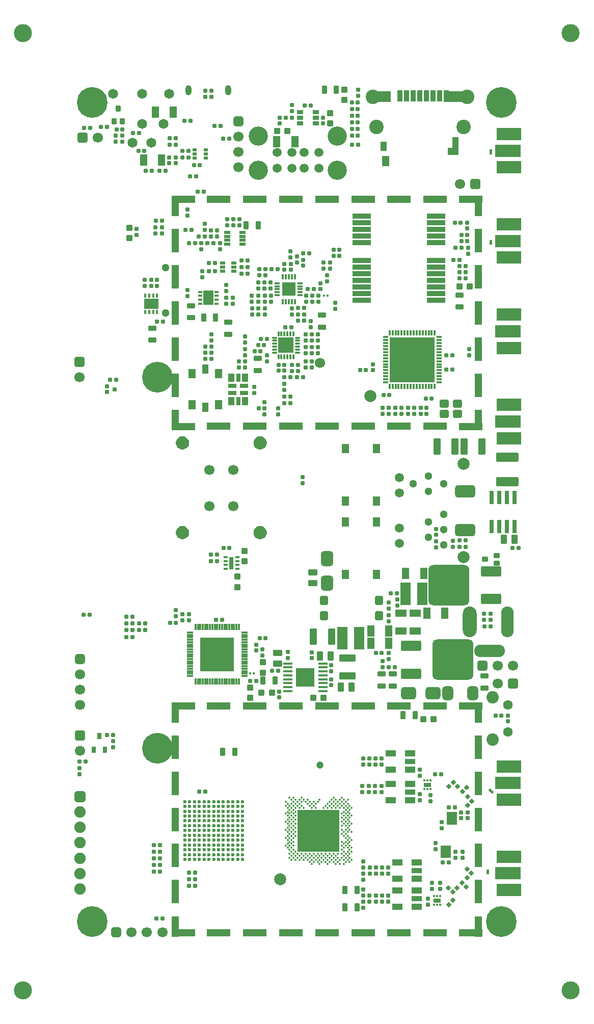
<source format=gts>
G04*
G04 #@! TF.GenerationSoftware,Altium Limited,Altium Designer,18.1.9 (240)*
G04*
G04 Layer_Color=8388736*
%FSLAX44Y44*%
%MOMM*%
G71*
G01*
G75*
%ADD81C,0.3500*%
%ADD86C,0.5000*%
%ADD89C,1.6000*%
%ADD116R,7.0000X7.0000*%
G04:AMPARAMS|DCode=117|XSize=0.7mm|YSize=0.7mm|CornerRadius=0.11mm|HoleSize=0mm|Usage=FLASHONLY|Rotation=180.000|XOffset=0mm|YOffset=0mm|HoleType=Round|Shape=RoundedRectangle|*
%AMROUNDEDRECTD117*
21,1,0.7000,0.4800,0,0,180.0*
21,1,0.4800,0.7000,0,0,180.0*
1,1,0.2200,-0.2400,0.2400*
1,1,0.2200,0.2400,0.2400*
1,1,0.2200,0.2400,-0.2400*
1,1,0.2200,-0.2400,-0.2400*
%
%ADD117ROUNDEDRECTD117*%
%ADD118R,0.6500X2.3000*%
%ADD119R,1.2013X1.7019*%
%ADD120R,1.7000X1.2000*%
%ADD121R,1.0004X1.6006*%
%ADD122R,1.0006X1.7011*%
%ADD123R,1.7018X1.7018*%
%ADD124R,1.7009X1.7009*%
%ADD125R,0.9011X1.9526*%
%ADD126R,0.9007X1.9518*%
%ADD127R,0.9002X1.9504*%
%ADD128R,0.9010X1.9525*%
%ADD129R,0.9009X1.9522*%
%ADD130R,0.9006X1.9516*%
%ADD131R,0.9012X1.9530*%
%ADD132R,0.9002X1.9504*%
%ADD133R,0.7400X2.0900*%
%ADD134R,0.7400X0.4400*%
%ADD135R,1.3000X1.6200*%
G04:AMPARAMS|DCode=136|XSize=1.8mm|YSize=2.3mm|CornerRadius=0.475mm|HoleSize=0mm|Usage=FLASHONLY|Rotation=180.000|XOffset=0mm|YOffset=0mm|HoleType=Round|Shape=RoundedRectangle|*
%AMROUNDEDRECTD136*
21,1,1.8000,1.3500,0,0,180.0*
21,1,0.8500,2.3000,0,0,180.0*
1,1,0.9500,-0.4250,0.6750*
1,1,0.9500,0.4250,0.6750*
1,1,0.9500,0.4250,-0.6750*
1,1,0.9500,-0.4250,-0.6750*
%
%ADD136ROUNDEDRECTD136*%
G04:AMPARAMS|DCode=137|XSize=6.8mm|YSize=6.8mm|CornerRadius=0.8875mm|HoleSize=0mm|Usage=FLASHONLY|Rotation=180.000|XOffset=0mm|YOffset=0mm|HoleType=Round|Shape=RoundedRectangle|*
%AMROUNDEDRECTD137*
21,1,6.8000,5.0250,0,0,180.0*
21,1,5.0250,6.8000,0,0,180.0*
1,1,1.7750,-2.5125,2.5125*
1,1,1.7750,2.5125,2.5125*
1,1,1.7750,2.5125,-2.5125*
1,1,1.7750,-2.5125,-2.5125*
%
%ADD137ROUNDEDRECTD137*%
G04:AMPARAMS|DCode=138|XSize=3.4mm|YSize=1.7mm|CornerRadius=0.25mm|HoleSize=0mm|Usage=FLASHONLY|Rotation=180.000|XOffset=0mm|YOffset=0mm|HoleType=Round|Shape=RoundedRectangle|*
%AMROUNDEDRECTD138*
21,1,3.4000,1.2000,0,0,180.0*
21,1,2.9000,1.7000,0,0,180.0*
1,1,0.5000,-1.4500,0.6000*
1,1,0.5000,1.4500,0.6000*
1,1,0.5000,1.4500,-0.6000*
1,1,0.5000,-1.4500,-0.6000*
%
%ADD138ROUNDEDRECTD138*%
%ADD139R,1.5732X0.4556*%
%ADD140R,3.1000X3.1000*%
G04:AMPARAMS|DCode=141|XSize=2.5mm|YSize=2.1mm|CornerRadius=0.55mm|HoleSize=0mm|Usage=FLASHONLY|Rotation=180.000|XOffset=0mm|YOffset=0mm|HoleType=Round|Shape=RoundedRectangle|*
%AMROUNDEDRECTD141*
21,1,2.5000,1.0000,0,0,180.0*
21,1,1.4000,2.1000,0,0,180.0*
1,1,1.1000,-0.7000,0.5000*
1,1,1.1000,0.7000,0.5000*
1,1,1.1000,0.7000,-0.5000*
1,1,1.1000,-0.7000,-0.5000*
%
%ADD141ROUNDEDRECTD141*%
G04:AMPARAMS|DCode=142|XSize=2.5mm|YSize=2.1mm|CornerRadius=0.55mm|HoleSize=0mm|Usage=FLASHONLY|Rotation=90.000|XOffset=0mm|YOffset=0mm|HoleType=Round|Shape=RoundedRectangle|*
%AMROUNDEDRECTD142*
21,1,2.5000,1.0000,0,0,90.0*
21,1,1.4000,2.1000,0,0,90.0*
1,1,1.1000,0.5000,0.7000*
1,1,1.1000,0.5000,-0.7000*
1,1,1.1000,-0.5000,-0.7000*
1,1,1.1000,-0.5000,0.7000*
%
%ADD142ROUNDEDRECTD142*%
%ADD143R,0.8000X0.5500*%
%ADD144C,2.0000*%
G04:AMPARAMS|DCode=145|XSize=1.4mm|YSize=0.9mm|CornerRadius=0.15mm|HoleSize=0mm|Usage=FLASHONLY|Rotation=270.000|XOffset=0mm|YOffset=0mm|HoleType=Round|Shape=RoundedRectangle|*
%AMROUNDEDRECTD145*
21,1,1.4000,0.6000,0,0,270.0*
21,1,1.1000,0.9000,0,0,270.0*
1,1,0.3000,-0.3000,-0.5500*
1,1,0.3000,-0.3000,0.5500*
1,1,0.3000,0.3000,0.5500*
1,1,0.3000,0.3000,-0.5500*
%
%ADD145ROUNDEDRECTD145*%
G04:AMPARAMS|DCode=146|XSize=1.4mm|YSize=0.9mm|CornerRadius=0.15mm|HoleSize=0mm|Usage=FLASHONLY|Rotation=0.000|XOffset=0mm|YOffset=0mm|HoleType=Round|Shape=RoundedRectangle|*
%AMROUNDEDRECTD146*
21,1,1.4000,0.6000,0,0,0.0*
21,1,1.1000,0.9000,0,0,0.0*
1,1,0.3000,0.5500,-0.3000*
1,1,0.3000,-0.5500,-0.3000*
1,1,0.3000,-0.5500,0.3000*
1,1,0.3000,0.5500,0.3000*
%
%ADD146ROUNDEDRECTD146*%
G04:AMPARAMS|DCode=147|XSize=0.7mm|YSize=0.7mm|CornerRadius=0.11mm|HoleSize=0mm|Usage=FLASHONLY|Rotation=90.000|XOffset=0mm|YOffset=0mm|HoleType=Round|Shape=RoundedRectangle|*
%AMROUNDEDRECTD147*
21,1,0.7000,0.4800,0,0,90.0*
21,1,0.4800,0.7000,0,0,90.0*
1,1,0.2200,0.2400,0.2400*
1,1,0.2200,0.2400,-0.2400*
1,1,0.2200,-0.2400,-0.2400*
1,1,0.2200,-0.2400,0.2400*
%
%ADD147ROUNDEDRECTD147*%
G04:AMPARAMS|DCode=148|XSize=0.6mm|YSize=0.7mm|CornerRadius=0.1mm|HoleSize=0mm|Usage=FLASHONLY|Rotation=180.000|XOffset=0mm|YOffset=0mm|HoleType=Round|Shape=RoundedRectangle|*
%AMROUNDEDRECTD148*
21,1,0.6000,0.5000,0,0,180.0*
21,1,0.4000,0.7000,0,0,180.0*
1,1,0.2000,-0.2000,0.2500*
1,1,0.2000,0.2000,0.2500*
1,1,0.2000,0.2000,-0.2500*
1,1,0.2000,-0.2000,-0.2500*
%
%ADD148ROUNDEDRECTD148*%
G04:AMPARAMS|DCode=149|XSize=0.6mm|YSize=0.7mm|CornerRadius=0.1mm|HoleSize=0mm|Usage=FLASHONLY|Rotation=90.000|XOffset=0mm|YOffset=0mm|HoleType=Round|Shape=RoundedRectangle|*
%AMROUNDEDRECTD149*
21,1,0.6000,0.5000,0,0,90.0*
21,1,0.4000,0.7000,0,0,90.0*
1,1,0.2000,0.2500,0.2000*
1,1,0.2000,0.2500,-0.2000*
1,1,0.2000,-0.2500,-0.2000*
1,1,0.2000,-0.2500,0.2000*
%
%ADD149ROUNDEDRECTD149*%
%ADD150O,1.0000X0.3500*%
%ADD151O,0.3500X1.0000*%
%ADD152R,2.6000X2.6000*%
%ADD153R,0.4000X0.4500*%
%ADD154R,2.2000X2.2000*%
%ADD155R,0.9500X0.4000*%
%ADD156R,0.4000X0.9500*%
G04:AMPARAMS|DCode=157|XSize=1.1mm|YSize=1mm|CornerRadius=0.1625mm|HoleSize=0mm|Usage=FLASHONLY|Rotation=180.000|XOffset=0mm|YOffset=0mm|HoleType=Round|Shape=RoundedRectangle|*
%AMROUNDEDRECTD157*
21,1,1.1000,0.6750,0,0,180.0*
21,1,0.7750,1.0000,0,0,180.0*
1,1,0.3250,-0.3875,0.3375*
1,1,0.3250,0.3875,0.3375*
1,1,0.3250,0.3875,-0.3375*
1,1,0.3250,-0.3875,-0.3375*
%
%ADD157ROUNDEDRECTD157*%
G04:AMPARAMS|DCode=158|XSize=1.9mm|YSize=1.25mm|CornerRadius=0.1938mm|HoleSize=0mm|Usage=FLASHONLY|Rotation=90.000|XOffset=0mm|YOffset=0mm|HoleType=Round|Shape=RoundedRectangle|*
%AMROUNDEDRECTD158*
21,1,1.9000,0.8625,0,0,90.0*
21,1,1.5125,1.2500,0,0,90.0*
1,1,0.3875,0.4313,0.7563*
1,1,0.3875,0.4313,-0.7563*
1,1,0.3875,-0.4313,-0.7563*
1,1,0.3875,-0.4313,0.7563*
%
%ADD158ROUNDEDRECTD158*%
G04:AMPARAMS|DCode=159|XSize=0.41mm|YSize=0.4mm|CornerRadius=0mm|HoleSize=0mm|Usage=FLASHONLY|Rotation=135.000|XOffset=0mm|YOffset=0mm|HoleType=Round|Shape=Rectangle|*
%AMROTATEDRECTD159*
4,1,4,0.2864,-0.0035,0.0035,-0.2864,-0.2864,0.0035,-0.0035,0.2864,0.2864,-0.0035,0.0*
%
%ADD159ROTATEDRECTD159*%

%ADD160R,0.4000X0.4100*%
%ADD161C,3.0000*%
%ADD162R,7.5000X7.5000*%
%ADD163O,0.4000X0.9500*%
%ADD164O,0.9500X0.4000*%
%ADD165R,1.1000X0.5000*%
%ADD166R,0.9500X0.5000*%
%ADD167R,4.1000X2.1000*%
%ADD168R,4.3500X2.1000*%
%ADD169R,1.7500X1.0000*%
%ADD170R,1.7500X0.8600*%
%ADD171R,1.0000X1.5000*%
%ADD172R,1.3000X1.6000*%
%ADD173R,1.1000X1.4500*%
%ADD174R,1.4500X0.8000*%
%ADD175R,0.8000X1.4500*%
G04:AMPARAMS|DCode=176|XSize=1.5mm|YSize=1.3mm|CornerRadius=0.2mm|HoleSize=0mm|Usage=FLASHONLY|Rotation=180.000|XOffset=0mm|YOffset=0mm|HoleType=Round|Shape=RoundedRectangle|*
%AMROUNDEDRECTD176*
21,1,1.5000,0.9000,0,0,180.0*
21,1,1.1000,1.3000,0,0,180.0*
1,1,0.4000,-0.5500,0.4500*
1,1,0.4000,0.5500,0.4500*
1,1,0.4000,0.5500,-0.4500*
1,1,0.4000,-0.5500,-0.4500*
%
%ADD176ROUNDEDRECTD176*%
%ADD177R,0.5000X0.8000*%
%ADD178R,0.4600X0.5500*%
%ADD179R,0.8500X0.5500*%
%ADD180R,3.9000X1.3000*%
%ADD181R,1.3000X3.9000*%
%ADD182R,1.3000X3.4500*%
%ADD183R,3.9500X1.3000*%
%ADD184C,0.6000*%
G04:AMPARAMS|DCode=185|XSize=0.7mm|YSize=0.7mm|CornerRadius=0.11mm|HoleSize=0mm|Usage=FLASHONLY|Rotation=45.000|XOffset=0mm|YOffset=0mm|HoleType=Round|Shape=RoundedRectangle|*
%AMROUNDEDRECTD185*
21,1,0.7000,0.4800,0,0,45.0*
21,1,0.4800,0.7000,0,0,45.0*
1,1,0.2200,0.3394,0.0000*
1,1,0.2200,0.0000,-0.3394*
1,1,0.2200,-0.3394,0.0000*
1,1,0.2200,0.0000,0.3394*
%
%ADD185ROUNDEDRECTD185*%
G04:AMPARAMS|DCode=186|XSize=0.7mm|YSize=0.7mm|CornerRadius=0.11mm|HoleSize=0mm|Usage=FLASHONLY|Rotation=135.000|XOffset=0mm|YOffset=0mm|HoleType=Round|Shape=RoundedRectangle|*
%AMROUNDEDRECTD186*
21,1,0.7000,0.4800,0,0,135.0*
21,1,0.4800,0.7000,0,0,135.0*
1,1,0.2200,0.0000,0.3394*
1,1,0.2200,0.3394,0.0000*
1,1,0.2200,0.0000,-0.3394*
1,1,0.2200,-0.3394,0.0000*
%
%ADD186ROUNDEDRECTD186*%
%ADD187C,1.7000*%
%ADD188R,3.1000X0.9000*%
G04:AMPARAMS|DCode=189|XSize=0.8mm|YSize=1.1mm|CornerRadius=0.1375mm|HoleSize=0mm|Usage=FLASHONLY|Rotation=0.000|XOffset=0mm|YOffset=0mm|HoleType=Round|Shape=RoundedRectangle|*
%AMROUNDEDRECTD189*
21,1,0.8000,0.8250,0,0,0.0*
21,1,0.5250,1.1000,0,0,0.0*
1,1,0.2750,0.2625,-0.4125*
1,1,0.2750,-0.2625,-0.4125*
1,1,0.2750,-0.2625,0.4125*
1,1,0.2750,0.2625,0.4125*
%
%ADD189ROUNDEDRECTD189*%
%ADD190R,5.6500X5.6500*%
%ADD191R,0.3000X1.0000*%
%ADD192R,1.0000X0.3000*%
G04:AMPARAMS|DCode=193|XSize=1.1mm|YSize=1mm|CornerRadius=0.1625mm|HoleSize=0mm|Usage=FLASHONLY|Rotation=270.000|XOffset=0mm|YOffset=0mm|HoleType=Round|Shape=RoundedRectangle|*
%AMROUNDEDRECTD193*
21,1,1.1000,0.6750,0,0,270.0*
21,1,0.7750,1.0000,0,0,270.0*
1,1,0.3250,-0.3375,-0.3875*
1,1,0.3250,-0.3375,0.3875*
1,1,0.3250,0.3375,0.3875*
1,1,0.3250,0.3375,-0.3875*
%
%ADD193ROUNDEDRECTD193*%
G04:AMPARAMS|DCode=194|XSize=0.7mm|YSize=1.1mm|CornerRadius=0.125mm|HoleSize=0mm|Usage=FLASHONLY|Rotation=270.000|XOffset=0mm|YOffset=0mm|HoleType=Round|Shape=RoundedRectangle|*
%AMROUNDEDRECTD194*
21,1,0.7000,0.8500,0,0,270.0*
21,1,0.4500,1.1000,0,0,270.0*
1,1,0.2500,-0.4250,-0.2250*
1,1,0.2500,-0.4250,0.2250*
1,1,0.2500,0.4250,0.2250*
1,1,0.2500,0.4250,-0.2250*
%
%ADD194ROUNDEDRECTD194*%
G04:AMPARAMS|DCode=195|XSize=0.6mm|YSize=0.7mm|CornerRadius=0.1125mm|HoleSize=0mm|Usage=FLASHONLY|Rotation=270.000|XOffset=0mm|YOffset=0mm|HoleType=Round|Shape=RoundedRectangle|*
%AMROUNDEDRECTD195*
21,1,0.6000,0.4750,0,0,270.0*
21,1,0.3750,0.7000,0,0,270.0*
1,1,0.2250,-0.2375,-0.1875*
1,1,0.2250,-0.2375,0.1875*
1,1,0.2250,0.2375,0.1875*
1,1,0.2250,0.2375,-0.1875*
%
%ADD195ROUNDEDRECTD195*%
%ADD196R,1.3000X0.8000*%
%ADD197R,0.3500X0.4500*%
G04:AMPARAMS|DCode=198|XSize=0.6mm|YSize=0.7mm|CornerRadius=0.1mm|HoleSize=0mm|Usage=FLASHONLY|Rotation=315.000|XOffset=0mm|YOffset=0mm|HoleType=Round|Shape=RoundedRectangle|*
%AMROUNDEDRECTD198*
21,1,0.6000,0.5000,0,0,315.0*
21,1,0.4000,0.7000,0,0,315.0*
1,1,0.2000,-0.0354,-0.3182*
1,1,0.2000,-0.3182,-0.0354*
1,1,0.2000,0.0354,0.3182*
1,1,0.2000,0.3182,0.0354*
%
%ADD198ROUNDEDRECTD198*%
G04:AMPARAMS|DCode=199|XSize=1.9mm|YSize=1.25mm|CornerRadius=0.1938mm|HoleSize=0mm|Usage=FLASHONLY|Rotation=180.000|XOffset=0mm|YOffset=0mm|HoleType=Round|Shape=RoundedRectangle|*
%AMROUNDEDRECTD199*
21,1,1.9000,0.8625,0,0,180.0*
21,1,1.5125,1.2500,0,0,180.0*
1,1,0.3875,-0.7563,0.4313*
1,1,0.3875,0.7563,0.4313*
1,1,0.3875,0.7563,-0.4313*
1,1,0.3875,-0.7563,-0.4313*
%
%ADD199ROUNDEDRECTD199*%
%ADD200R,1.7000X2.4500*%
%ADD201R,0.8000X0.4000*%
G04:AMPARAMS|DCode=202|XSize=1.6mm|YSize=1.4mm|CornerRadius=0.375mm|HoleSize=0mm|Usage=FLASHONLY|Rotation=270.000|XOffset=0mm|YOffset=0mm|HoleType=Round|Shape=RoundedRectangle|*
%AMROUNDEDRECTD202*
21,1,1.6000,0.6500,0,0,270.0*
21,1,0.8500,1.4000,0,0,270.0*
1,1,0.7500,-0.3250,-0.4250*
1,1,0.7500,-0.3250,0.4250*
1,1,0.7500,0.3250,0.4250*
1,1,0.7500,0.3250,-0.4250*
%
%ADD202ROUNDEDRECTD202*%
G04:AMPARAMS|DCode=203|XSize=0.8mm|YSize=1.1mm|CornerRadius=0.1375mm|HoleSize=0mm|Usage=FLASHONLY|Rotation=90.000|XOffset=0mm|YOffset=0mm|HoleType=Round|Shape=RoundedRectangle|*
%AMROUNDEDRECTD203*
21,1,0.8000,0.8250,0,0,90.0*
21,1,0.5250,1.1000,0,0,90.0*
1,1,0.2750,0.4125,0.2625*
1,1,0.2750,0.4125,-0.2625*
1,1,0.2750,-0.4125,-0.2625*
1,1,0.2750,-0.4125,0.2625*
%
%ADD203ROUNDEDRECTD203*%
%ADD204R,1.7000X3.8000*%
G04:AMPARAMS|DCode=205|XSize=1.5mm|YSize=1.1mm|CornerRadius=0.175mm|HoleSize=0mm|Usage=FLASHONLY|Rotation=270.000|XOffset=0mm|YOffset=0mm|HoleType=Round|Shape=RoundedRectangle|*
%AMROUNDEDRECTD205*
21,1,1.5000,0.7500,0,0,270.0*
21,1,1.1500,1.1000,0,0,270.0*
1,1,0.3500,-0.3750,-0.5750*
1,1,0.3500,-0.3750,0.5750*
1,1,0.3500,0.3750,0.5750*
1,1,0.3500,0.3750,-0.5750*
%
%ADD205ROUNDEDRECTD205*%
G04:AMPARAMS|DCode=206|XSize=1.5mm|YSize=1.1mm|CornerRadius=0.175mm|HoleSize=0mm|Usage=FLASHONLY|Rotation=0.000|XOffset=0mm|YOffset=0mm|HoleType=Round|Shape=RoundedRectangle|*
%AMROUNDEDRECTD206*
21,1,1.5000,0.7500,0,0,0.0*
21,1,1.1500,1.1000,0,0,0.0*
1,1,0.3500,0.5750,-0.3750*
1,1,0.3500,-0.5750,-0.3750*
1,1,0.3500,-0.5750,0.3750*
1,1,0.3500,0.5750,0.3750*
%
%ADD206ROUNDEDRECTD206*%
G04:AMPARAMS|DCode=207|XSize=2.1mm|YSize=3.4mm|CornerRadius=0.55mm|HoleSize=0mm|Usage=FLASHONLY|Rotation=90.000|XOffset=0mm|YOffset=0mm|HoleType=Round|Shape=RoundedRectangle|*
%AMROUNDEDRECTD207*
21,1,2.1000,2.3000,0,0,90.0*
21,1,1.0000,3.4000,0,0,90.0*
1,1,1.1000,1.1500,0.5000*
1,1,1.1000,1.1500,-0.5000*
1,1,1.1000,-1.1500,-0.5000*
1,1,1.1000,-1.1500,0.5000*
%
%ADD207ROUNDEDRECTD207*%
G04:AMPARAMS|DCode=208|XSize=0.7mm|YSize=1.1mm|CornerRadius=0.125mm|HoleSize=0mm|Usage=FLASHONLY|Rotation=0.000|XOffset=0mm|YOffset=0mm|HoleType=Round|Shape=RoundedRectangle|*
%AMROUNDEDRECTD208*
21,1,0.7000,0.8500,0,0,0.0*
21,1,0.4500,1.1000,0,0,0.0*
1,1,0.2500,0.2250,-0.4250*
1,1,0.2500,-0.2250,-0.4250*
1,1,0.2500,-0.2250,0.4250*
1,1,0.2500,0.2250,0.4250*
%
%ADD208ROUNDEDRECTD208*%
%ADD209R,2.4500X1.7000*%
%ADD210R,0.4000X0.8000*%
G04:AMPARAMS|DCode=211|XSize=2.7mm|YSize=1.25mm|CornerRadius=0.1938mm|HoleSize=0mm|Usage=FLASHONLY|Rotation=270.000|XOffset=0mm|YOffset=0mm|HoleType=Round|Shape=RoundedRectangle|*
%AMROUNDEDRECTD211*
21,1,2.7000,0.8625,0,0,270.0*
21,1,2.3125,1.2500,0,0,270.0*
1,1,0.3875,-0.4313,-1.1563*
1,1,0.3875,-0.4313,1.1563*
1,1,0.3875,0.4313,1.1563*
1,1,0.3875,0.4313,-1.1563*
%
%ADD211ROUNDEDRECTD211*%
G04:AMPARAMS|DCode=212|XSize=2.7mm|YSize=1.25mm|CornerRadius=0.1938mm|HoleSize=0mm|Usage=FLASHONLY|Rotation=180.000|XOffset=0mm|YOffset=0mm|HoleType=Round|Shape=RoundedRectangle|*
%AMROUNDEDRECTD212*
21,1,2.7000,0.8625,0,0,180.0*
21,1,2.3125,1.2500,0,0,180.0*
1,1,0.3875,-1.1563,0.4313*
1,1,0.3875,1.1563,0.4313*
1,1,0.3875,1.1563,-0.4313*
1,1,0.3875,-1.1563,-0.4313*
%
%ADD212ROUNDEDRECTD212*%
G04:AMPARAMS|DCode=213|XSize=3.7mm|YSize=1.6mm|CornerRadius=0.2375mm|HoleSize=0mm|Usage=FLASHONLY|Rotation=0.000|XOffset=0mm|YOffset=0mm|HoleType=Round|Shape=RoundedRectangle|*
%AMROUNDEDRECTD213*
21,1,3.7000,1.1250,0,0,0.0*
21,1,3.2250,1.6000,0,0,0.0*
1,1,0.4750,1.6125,-0.5625*
1,1,0.4750,-1.6125,-0.5625*
1,1,0.4750,-1.6125,0.5625*
1,1,0.4750,1.6125,0.5625*
%
%ADD213ROUNDEDRECTD213*%
G04:AMPARAMS|DCode=214|XSize=1.624mm|YSize=1.624mm|CornerRadius=0.2405mm|HoleSize=0mm|Usage=FLASHONLY|Rotation=270.000|XOffset=0mm|YOffset=0mm|HoleType=Round|Shape=RoundedRectangle|*
%AMROUNDEDRECTD214*
21,1,1.6240,1.1430,0,0,270.0*
21,1,1.1430,1.6240,0,0,270.0*
1,1,0.4810,-0.5715,-0.5715*
1,1,0.4810,-0.5715,0.5715*
1,1,0.4810,0.5715,0.5715*
1,1,0.4810,0.5715,-0.5715*
%
%ADD214ROUNDEDRECTD214*%
%ADD215C,5.1000*%
%ADD216C,1.2000*%
%ADD217C,2.0500*%
%ADD218C,1.3000*%
%ADD219C,1.5000*%
%ADD220O,5.1000X2.1000*%
%ADD221O,2.3000X5.1000*%
%ADD222O,2.1000X5.1000*%
G04:AMPARAMS|DCode=223|XSize=1.7mm|YSize=1.7mm|CornerRadius=0.45mm|HoleSize=0mm|Usage=FLASHONLY|Rotation=270.000|XOffset=0mm|YOffset=0mm|HoleType=Round|Shape=RoundedRectangle|*
%AMROUNDEDRECTD223*
21,1,1.7000,0.8000,0,0,270.0*
21,1,0.8000,1.7000,0,0,270.0*
1,1,0.9000,-0.4000,-0.4000*
1,1,0.9000,-0.4000,0.4000*
1,1,0.9000,0.4000,0.4000*
1,1,0.9000,0.4000,-0.4000*
%
%ADD223ROUNDEDRECTD223*%
%ADD224C,1.9000*%
G04:AMPARAMS|DCode=225|XSize=1.9mm|YSize=1.9mm|CornerRadius=0.5mm|HoleSize=0mm|Usage=FLASHONLY|Rotation=270.000|XOffset=0mm|YOffset=0mm|HoleType=Round|Shape=RoundedRectangle|*
%AMROUNDEDRECTD225*
21,1,1.9000,0.9000,0,0,270.0*
21,1,0.9000,1.9000,0,0,270.0*
1,1,1.0000,-0.4500,-0.4500*
1,1,1.0000,-0.4500,0.4500*
1,1,1.0000,0.4500,0.4500*
1,1,1.0000,0.4500,-0.4500*
%
%ADD225ROUNDEDRECTD225*%
G04:AMPARAMS|DCode=226|XSize=1.7mm|YSize=1.7mm|CornerRadius=0.45mm|HoleSize=0mm|Usage=FLASHONLY|Rotation=0.000|XOffset=0mm|YOffset=0mm|HoleType=Round|Shape=RoundedRectangle|*
%AMROUNDEDRECTD226*
21,1,1.7000,0.8000,0,0,0.0*
21,1,0.8000,1.7000,0,0,0.0*
1,1,0.9000,0.4000,-0.4000*
1,1,0.9000,-0.4000,-0.4000*
1,1,0.9000,-0.4000,0.4000*
1,1,0.9000,0.4000,0.4000*
%
%ADD226ROUNDEDRECTD226*%
%ADD227C,2.4000*%
%ADD228C,1.6500*%
G04:AMPARAMS|DCode=229|XSize=1.624mm|YSize=1.624mm|CornerRadius=0.2405mm|HoleSize=0mm|Usage=FLASHONLY|Rotation=180.000|XOffset=0mm|YOffset=0mm|HoleType=Round|Shape=RoundedRectangle|*
%AMROUNDEDRECTD229*
21,1,1.6240,1.1430,0,0,180.0*
21,1,1.1430,1.6240,0,0,180.0*
1,1,0.4810,-0.5715,0.5715*
1,1,0.4810,0.5715,0.5715*
1,1,0.4810,0.5715,-0.5715*
1,1,0.4810,-0.5715,-0.5715*
%
%ADD229ROUNDEDRECTD229*%
%ADD230O,1.0000X1.7000*%
%ADD231C,3.2000*%
G36*
X530500Y1396500D02*
X504500D01*
Y1413478D01*
X530500D01*
Y1396500D01*
D02*
G37*
G36*
X651250Y1396500D02*
X619000D01*
Y1413478D01*
X651250D01*
Y1396500D01*
D02*
G37*
G36*
X699500Y1309000D02*
X695500D01*
Y1317000D01*
X699500D01*
Y1309000D01*
D02*
G37*
G36*
X643250Y1307875D02*
X626000D01*
Y1320125D01*
X633250D01*
Y1320625D01*
X643250D01*
Y1307875D01*
D02*
G37*
G36*
X699500Y1159000D02*
X695500D01*
Y1167000D01*
X699500D01*
Y1159000D01*
D02*
G37*
G36*
X316959Y840328D02*
X318961Y839498D01*
X320762Y838295D01*
X322295Y836762D01*
X323498Y834961D01*
X324328Y832959D01*
X324750Y830834D01*
Y829750D01*
Y828667D01*
X324328Y826542D01*
X323498Y824540D01*
X322295Y822738D01*
X320762Y821206D01*
X318961Y820002D01*
X316959Y819173D01*
X314834Y818750D01*
X312667D01*
X310542Y819173D01*
X308540Y820002D01*
X306738Y821206D01*
X305206Y822738D01*
X304002Y824540D01*
X303173Y826542D01*
X302750Y828667D01*
Y829750D01*
Y830834D01*
X303173Y832959D01*
X304002Y834961D01*
X305206Y836762D01*
X306738Y838295D01*
X308540Y839498D01*
X310542Y840328D01*
X312667Y840750D01*
X314834D01*
X316959Y840328D01*
D02*
G37*
G36*
X187959Y840328D02*
X189961Y839498D01*
X191762Y838295D01*
X193295Y836762D01*
X194498Y834961D01*
X195327Y832959D01*
X195750Y830834D01*
Y829750D01*
Y828667D01*
X195327Y826542D01*
X194498Y824540D01*
X193295Y822738D01*
X191762Y821206D01*
X189961Y820002D01*
X187959Y819173D01*
X185834Y818750D01*
X183667D01*
X181542Y819173D01*
X179540Y820002D01*
X177738Y821206D01*
X176206Y822738D01*
X175002Y824540D01*
X174173Y826542D01*
X173750Y828667D01*
Y829750D01*
Y830834D01*
X174173Y832959D01*
X175002Y834961D01*
X176206Y836762D01*
X177738Y838295D01*
X179540Y839498D01*
X181542Y840328D01*
X183667Y840750D01*
X185834D01*
X187959Y840328D01*
D02*
G37*
G36*
X316959Y691328D02*
X318961Y690498D01*
X320762Y689295D01*
X322295Y687762D01*
X323498Y685961D01*
X324328Y683959D01*
X324750Y681834D01*
Y680750D01*
Y679667D01*
X324328Y677542D01*
X323498Y675540D01*
X322295Y673738D01*
X320762Y672206D01*
X318961Y671002D01*
X316959Y670173D01*
X314834Y669750D01*
X312667D01*
X310542Y670173D01*
X308540Y671002D01*
X306738Y672206D01*
X305206Y673738D01*
X304002Y675540D01*
X303173Y677542D01*
X302750Y679667D01*
Y680750D01*
Y681834D01*
X303173Y683959D01*
X304002Y685961D01*
X305206Y687762D01*
X306738Y689295D01*
X308540Y690498D01*
X310542Y691328D01*
X312667Y691750D01*
X313750D01*
Y680750D01*
X313750Y691750D01*
X313750Y691750D01*
X314834D01*
X316959Y691328D01*
D02*
G37*
G36*
X187959D02*
X189961Y690498D01*
X191762Y689295D01*
X193295Y687762D01*
X194498Y685961D01*
X195327Y683959D01*
X195750Y681834D01*
Y680750D01*
Y679667D01*
X195327Y677542D01*
X194498Y675540D01*
X193295Y673738D01*
X191762Y672206D01*
X189961Y671002D01*
X187959Y670173D01*
X185834Y669750D01*
X183667D01*
X181542Y670173D01*
X179540Y671002D01*
X177738Y672206D01*
X176206Y673738D01*
X175002Y675540D01*
X174173Y677542D01*
X173750Y679667D01*
Y680750D01*
Y681834D01*
X174173Y683959D01*
X175002Y685961D01*
X176206Y687762D01*
X177738Y689295D01*
X179540Y690498D01*
X181542Y691328D01*
X183667Y691750D01*
X185834D01*
X187959Y691328D01*
D02*
G37*
G36*
X399300Y651500D02*
X399300Y652250D01*
X400050Y652250D01*
X399300Y651500D01*
D02*
G37*
G36*
X428700Y652250D02*
X428700Y651500D01*
X427950Y652250D01*
X428700Y652250D01*
D02*
G37*
G36*
Y622750D02*
X427950Y622750D01*
X428700Y623500D01*
X428700Y622750D01*
D02*
G37*
G36*
X400050Y622750D02*
X399300Y622750D01*
X399300Y623500D01*
X400050Y622750D01*
D02*
G37*
G36*
X399350Y524750D02*
X399350Y525500D01*
X400100Y525500D01*
X399350Y524750D01*
D02*
G37*
G36*
X428750Y525500D02*
X428750Y524750D01*
X428000Y525500D01*
X428750Y525500D01*
D02*
G37*
G36*
Y496000D02*
X428000Y496000D01*
X428750Y496750D01*
X428750Y496000D01*
D02*
G37*
G36*
X400100Y496000D02*
X399350Y496000D01*
X399350Y496750D01*
X400100Y496000D01*
D02*
G37*
G36*
X701902Y249927D02*
X699073Y247098D01*
X693416Y252755D01*
X696245Y255584D01*
X701902Y249927D01*
D02*
G37*
G36*
X640833Y195750D02*
X624333D01*
Y216750D01*
X640833D01*
Y195750D01*
D02*
G37*
G36*
X630500Y140250D02*
X614000D01*
Y161250D01*
X630500D01*
Y140250D01*
D02*
G37*
G36*
X694000Y113000D02*
X690000D01*
Y121000D01*
X694000D01*
Y113000D01*
D02*
G37*
%LPC*%
G36*
X173750Y829750D02*
X173750Y829750D01*
X184750D01*
X173750Y829750D01*
D02*
G37*
%LPD*%
D81*
X449370Y240428D02*
D03*
X452700Y237098D02*
D03*
X456030Y233768D02*
D03*
X459360Y230438D02*
D03*
X462690Y227108D02*
D03*
X466020Y223778D02*
D03*
X462690Y220448D02*
D03*
X459360Y223778D02*
D03*
X452700Y230438D02*
D03*
X456030Y227108D02*
D03*
X446040Y237098D02*
D03*
X449370Y233768D02*
D03*
X446040Y230438D02*
D03*
X442710Y233768D02*
D03*
X452700Y223778D02*
D03*
X449370Y227108D02*
D03*
X456030Y220448D02*
D03*
X459360Y217118D02*
D03*
X442710Y227108D02*
D03*
X439380Y230438D02*
D03*
X446040Y223778D02*
D03*
X456030Y213788D02*
D03*
X452700Y217118D02*
D03*
X432720Y237098D02*
D03*
X436050Y233768D02*
D03*
Y240428D02*
D03*
X439380Y237098D02*
D03*
X462690Y207128D02*
D03*
X459360Y210458D02*
D03*
X466020D02*
D03*
X462690Y213788D02*
D03*
X456030Y207128D02*
D03*
X459360Y203798D02*
D03*
X449370Y213788D02*
D03*
X452700Y210458D02*
D03*
X436050Y227108D02*
D03*
X439380Y223778D02*
D03*
X429390Y233768D02*
D03*
X432720Y230438D02*
D03*
X429390Y227108D02*
D03*
X426060Y230438D02*
D03*
X432720Y223778D02*
D03*
X426060D02*
D03*
X422730Y227108D02*
D03*
X419400Y223778D02*
D03*
X466020Y197138D02*
D03*
X462690Y200468D02*
D03*
X459360Y197138D02*
D03*
X462690Y193808D02*
D03*
X449370Y207128D02*
D03*
X456030Y200468D02*
D03*
X452700Y203798D02*
D03*
X462690Y187148D02*
D03*
X466020Y183818D02*
D03*
X452700Y197138D02*
D03*
X449370Y200468D02*
D03*
X459360Y190478D02*
D03*
X456030Y193808D02*
D03*
X449370Y193808D02*
D03*
X459360Y183818D02*
D03*
X456030Y187148D02*
D03*
Y180488D02*
D03*
X459360Y177158D02*
D03*
X449370Y187148D02*
D03*
X452700Y183818D02*
D03*
X466020Y170498D02*
D03*
X462690Y173828D02*
D03*
X456030D02*
D03*
X459360Y170498D02*
D03*
X449370Y180488D02*
D03*
X452700Y177158D02*
D03*
X462690Y167168D02*
D03*
X456030D02*
D03*
X459360Y163838D02*
D03*
X466020Y157178D02*
D03*
X462690Y160508D02*
D03*
X456030D02*
D03*
X459360Y157178D02*
D03*
X449370Y167168D02*
D03*
X452700Y163838D02*
D03*
X466020Y150518D02*
D03*
X462690Y153848D02*
D03*
X459360Y150518D02*
D03*
X449370Y160508D02*
D03*
X452700Y157178D02*
D03*
X459360Y143858D02*
D03*
X449370Y153848D02*
D03*
X452700Y150518D02*
D03*
X466020Y137198D02*
D03*
X462690Y140528D02*
D03*
X456030D02*
D03*
X459360Y137198D02*
D03*
X452700Y143858D02*
D03*
X462690Y133868D02*
D03*
X456030D02*
D03*
X449370Y140528D02*
D03*
X452700Y137198D02*
D03*
X459360Y237098D02*
D03*
X406079Y223778D02*
D03*
X399420D02*
D03*
X402749Y227108D02*
D03*
X406079Y230438D02*
D03*
X409409Y233768D02*
D03*
X412739Y237098D02*
D03*
X396090Y227108D02*
D03*
X399420Y230438D02*
D03*
X396089Y233768D02*
D03*
X392759Y230438D02*
D03*
Y237098D02*
D03*
X389429Y233768D02*
D03*
X402749D02*
D03*
X386099Y237098D02*
D03*
X382769Y240428D02*
D03*
X379439Y237098D02*
D03*
X382769Y233768D02*
D03*
X386099Y223778D02*
D03*
X382769Y227108D02*
D03*
X379439Y230438D02*
D03*
X372779Y237098D02*
D03*
X376109Y233768D02*
D03*
X369449Y240428D02*
D03*
X362789D02*
D03*
X369449Y233768D02*
D03*
X366119Y237098D02*
D03*
X372779Y230438D02*
D03*
X376109Y227108D02*
D03*
X379439Y223778D02*
D03*
X366119Y230438D02*
D03*
X369449Y227108D02*
D03*
X372779Y223778D02*
D03*
X356129Y233768D02*
D03*
X362789Y227108D02*
D03*
X359459Y230438D02*
D03*
X366119Y223778D02*
D03*
X369449Y220448D02*
D03*
X372779Y217118D02*
D03*
X356129Y227108D02*
D03*
X362789Y220448D02*
D03*
X359459Y223778D02*
D03*
X366119Y217118D02*
D03*
X369449Y213788D02*
D03*
X372779Y210458D02*
D03*
X362789Y213788D02*
D03*
X359459Y217118D02*
D03*
X366119Y210458D02*
D03*
X369449Y207128D02*
D03*
X372779Y203798D02*
D03*
X356129Y213788D02*
D03*
X362789Y207128D02*
D03*
X359459Y210458D02*
D03*
X366119Y203798D02*
D03*
X369449Y200468D02*
D03*
X372779Y197138D02*
D03*
X362789Y200468D02*
D03*
X359459Y203798D02*
D03*
X366119Y197138D02*
D03*
X369449Y193808D02*
D03*
X372779Y190478D02*
D03*
X356129Y200468D02*
D03*
X362789Y193808D02*
D03*
X359459Y197138D02*
D03*
X366119Y190478D02*
D03*
X369449Y187148D02*
D03*
X372779Y183818D02*
D03*
X362789Y187148D02*
D03*
X359459Y190478D02*
D03*
X366119Y183818D02*
D03*
X369449Y180488D02*
D03*
X372779Y177158D02*
D03*
X356129Y187148D02*
D03*
X362789Y180488D02*
D03*
X359459Y183818D02*
D03*
X366119Y177158D02*
D03*
X369449Y173828D02*
D03*
X362789Y173828D02*
D03*
X359459Y177158D02*
D03*
X366119Y170498D02*
D03*
X369449Y167168D02*
D03*
X356129Y173828D02*
D03*
X362789Y167168D02*
D03*
X359459Y170498D02*
D03*
X366119Y163838D02*
D03*
X369449Y160508D02*
D03*
X359459Y163838D02*
D03*
X366119Y157178D02*
D03*
X362789Y160508D02*
D03*
X369449Y153848D02*
D03*
X372779Y150518D02*
D03*
X376109Y147188D02*
D03*
X356129Y160508D02*
D03*
X362789Y153848D02*
D03*
X359459Y157178D02*
D03*
X366119Y150518D02*
D03*
X369449Y147188D02*
D03*
X372779Y143857D02*
D03*
X379439Y137198D02*
D03*
X376109Y140527D02*
D03*
X382769Y140527D02*
D03*
X379439Y143857D02*
D03*
X372779Y137198D02*
D03*
X369449Y140527D02*
D03*
X366119Y143857D02*
D03*
X362789Y147188D02*
D03*
X366119Y137198D02*
D03*
X362789Y140527D02*
D03*
X382769Y147188D02*
D03*
X389429D02*
D03*
X396089Y147188D02*
D03*
X402749Y147188D02*
D03*
X409409D02*
D03*
X416069Y147188D02*
D03*
X422729Y147188D02*
D03*
X429390D02*
D03*
X436050D02*
D03*
X442710D02*
D03*
X449370D02*
D03*
X456030D02*
D03*
X462690D02*
D03*
X386099Y143857D02*
D03*
X392759D02*
D03*
X399419D02*
D03*
X406079D02*
D03*
X412739D02*
D03*
X419399D02*
D03*
X426059D02*
D03*
X439380D02*
D03*
X432720D02*
D03*
X442710Y140527D02*
D03*
X436050Y140527D02*
D03*
X429390Y140527D02*
D03*
X422729D02*
D03*
X416069Y140527D02*
D03*
X409409Y140527D02*
D03*
X402749D02*
D03*
X396089Y140527D02*
D03*
X389429Y140527D02*
D03*
X439380Y137198D02*
D03*
X432720D02*
D03*
X426059D02*
D03*
X419399D02*
D03*
X412739D02*
D03*
X406079D02*
D03*
X399419D02*
D03*
X392759D02*
D03*
X386099D02*
D03*
X446040D02*
D03*
X452700Y130538D02*
D03*
X442710Y133868D02*
D03*
X396089D02*
D03*
X402749D02*
D03*
X409409D02*
D03*
X416069D02*
D03*
X422730D02*
D03*
X429390D02*
D03*
X436050D02*
D03*
X446040Y130538D02*
D03*
X439380D02*
D03*
X426059D02*
D03*
X412739D02*
D03*
X399419D02*
D03*
D86*
X266220Y626150D02*
D03*
Y634350D02*
D03*
D89*
X725450Y394500D02*
D03*
Y349500D02*
D03*
D116*
X410970Y185438D02*
D03*
D117*
X384500Y762750D02*
D03*
Y772750D02*
D03*
X387375Y1033250D02*
D03*
Y1043250D02*
D03*
X300625Y1053000D02*
D03*
Y1043000D02*
D03*
X321625Y1043000D02*
D03*
Y1053000D02*
D03*
X300000Y1074000D02*
D03*
Y1064000D02*
D03*
X311125Y1074000D02*
D03*
Y1064000D02*
D03*
X331125Y1086500D02*
D03*
Y1096500D02*
D03*
X413875Y1095000D02*
D03*
Y1085000D02*
D03*
X353625Y1127250D02*
D03*
Y1117250D02*
D03*
X364625Y1127250D02*
D03*
Y1117250D02*
D03*
X385500Y1124000D02*
D03*
Y1134000D02*
D03*
X364500Y1148000D02*
D03*
Y1138000D02*
D03*
X615833Y189500D02*
D03*
Y199500D02*
D03*
X647833Y216250D02*
D03*
Y206250D02*
D03*
X605500Y165000D02*
D03*
Y155000D02*
D03*
X638250Y140750D02*
D03*
Y150750D02*
D03*
X485184Y124494D02*
D03*
Y134494D02*
D03*
X485111Y114488D02*
D03*
Y104488D02*
D03*
X485110Y67738D02*
D03*
Y57738D02*
D03*
Y77738D02*
D03*
Y87738D02*
D03*
X515309Y259778D02*
D03*
Y249778D02*
D03*
X233000Y1414500D02*
D03*
Y1404500D02*
D03*
X501000Y960500D02*
D03*
Y950500D02*
D03*
X321250Y887500D02*
D03*
X321250Y877500D02*
D03*
X232610Y1000000D02*
D03*
Y1010000D02*
D03*
X288860Y1006500D02*
D03*
X288860Y996500D02*
D03*
X321250Y897500D02*
D03*
Y887500D02*
D03*
X288860Y985500D02*
D03*
Y975500D02*
D03*
X661250Y975250D02*
D03*
Y985250D02*
D03*
X221500Y1183750D02*
D03*
Y1193750D02*
D03*
X218000Y1115250D02*
D03*
Y1105250D02*
D03*
X424650Y1108000D02*
D03*
X424650Y1098000D02*
D03*
X419150Y1119000D02*
D03*
X419150Y1129000D02*
D03*
X343500Y877500D02*
D03*
Y887500D02*
D03*
X173470Y1304250D02*
D03*
Y1294250D02*
D03*
X658282Y1185750D02*
D03*
Y1195750D02*
D03*
X659281Y1153750D02*
D03*
Y1143750D02*
D03*
X400000Y482000D02*
D03*
Y472000D02*
D03*
X317920Y486750D02*
D03*
Y476750D02*
D03*
X606250Y677000D02*
D03*
Y687000D02*
D03*
X174000Y552250D02*
D03*
Y542250D02*
D03*
X185000Y535000D02*
D03*
Y545000D02*
D03*
X307000Y494750D02*
D03*
Y484750D02*
D03*
X150850Y1187600D02*
D03*
Y1177600D02*
D03*
X366700Y1390700D02*
D03*
Y1380700D02*
D03*
X527750Y470667D02*
D03*
Y480667D02*
D03*
X527449Y564500D02*
D03*
Y554500D02*
D03*
Y543500D02*
D03*
Y533500D02*
D03*
X74071Y1330250D02*
D03*
Y1340250D02*
D03*
X85071D02*
D03*
Y1330250D02*
D03*
X257500Y1060750D02*
D03*
Y1070750D02*
D03*
Y1091750D02*
D03*
Y1081750D02*
D03*
X139850Y1177600D02*
D03*
Y1187600D02*
D03*
X345740Y406870D02*
D03*
Y416870D02*
D03*
X359740Y472620D02*
D03*
Y482620D02*
D03*
X697250Y536250D02*
D03*
Y546250D02*
D03*
X432085Y427250D02*
D03*
Y437250D02*
D03*
X634000Y657250D02*
D03*
Y667250D02*
D03*
X432000Y450152D02*
D03*
X432000Y460152D02*
D03*
X69500Y334000D02*
D03*
Y324000D02*
D03*
X13750Y289750D02*
D03*
Y279750D02*
D03*
X121680Y1100250D02*
D03*
Y1090250D02*
D03*
D118*
X736550Y738750D02*
D03*
X723850D02*
D03*
X711150D02*
D03*
X698450D02*
D03*
X736550Y690750D02*
D03*
X723850D02*
D03*
X711150D02*
D03*
X698450D02*
D03*
D119*
X522750Y1298000D02*
D03*
D120*
X634700Y1314000D02*
D03*
D121*
X518750Y1322500D02*
D03*
D122*
X638250Y1329000D02*
D03*
D123*
X522000Y1405000D02*
D03*
D124*
X636500D02*
D03*
D125*
X623500Y1406250D02*
D03*
D126*
X612500D02*
D03*
D127*
X601500D02*
D03*
D128*
X590500D02*
D03*
D129*
X579500D02*
D03*
D130*
X568500D02*
D03*
D131*
X557500D02*
D03*
D132*
X546500D02*
D03*
D133*
X266220Y630250D02*
D03*
D134*
X275720Y640000D02*
D03*
Y633500D02*
D03*
Y627000D02*
D03*
Y620500D02*
D03*
X256720D02*
D03*
Y627000D02*
D03*
Y633500D02*
D03*
Y640000D02*
D03*
D135*
X455350Y733500D02*
D03*
Y820500D02*
D03*
X507350Y733500D02*
D03*
Y820500D02*
D03*
Y698500D02*
D03*
Y611500D02*
D03*
X455350Y698500D02*
D03*
Y611500D02*
D03*
D136*
X625480Y414000D02*
D03*
X667480D02*
D03*
D137*
X634258Y469500D02*
D03*
X627743Y593250D02*
D03*
D138*
X564743Y446500D02*
D03*
Y492500D02*
D03*
X697258Y570250D02*
D03*
Y616250D02*
D03*
D139*
X359790Y463250D02*
D03*
Y456750D02*
D03*
Y450250D02*
D03*
Y443750D02*
D03*
Y437250D02*
D03*
Y430750D02*
D03*
Y424250D02*
D03*
Y417750D02*
D03*
X418210D02*
D03*
Y424250D02*
D03*
Y430750D02*
D03*
Y437250D02*
D03*
Y443750D02*
D03*
Y450250D02*
D03*
Y456750D02*
D03*
Y463250D02*
D03*
D140*
X389000Y440500D02*
D03*
D141*
X560750Y414000D02*
D03*
X600750D02*
D03*
D142*
X424750Y597250D02*
D03*
Y637250D02*
D03*
D143*
X223720Y1303250D02*
D03*
Y1309750D02*
D03*
Y1316250D02*
D03*
X204720Y1316250D02*
D03*
Y1309750D02*
D03*
Y1303250D02*
D03*
D144*
X496750Y907250D02*
D03*
X347500Y105250D02*
D03*
X652149Y640050D02*
D03*
X652149Y794950D02*
D03*
D145*
X420500Y1416250D02*
D03*
X440500D02*
D03*
X454879Y58255D02*
D03*
X474879D02*
D03*
X454879Y87255D02*
D03*
X474879D02*
D03*
X290500Y1191250D02*
D03*
X310500D02*
D03*
X551364Y377250D02*
D03*
X571364D02*
D03*
X271750Y316750D02*
D03*
X251750D02*
D03*
X240000Y1038000D02*
D03*
X220000D02*
D03*
X338500Y434750D02*
D03*
X318500D02*
D03*
D146*
X416750Y1022000D02*
D03*
Y1042000D02*
D03*
X309750Y970250D02*
D03*
Y950250D02*
D03*
X260860Y1010250D02*
D03*
Y1030250D02*
D03*
X199296Y1057640D02*
D03*
Y1037640D02*
D03*
X645000Y1055500D02*
D03*
Y1075500D02*
D03*
X686750Y422500D02*
D03*
Y442500D02*
D03*
X515560Y446000D02*
D03*
Y426000D02*
D03*
X534250Y446000D02*
D03*
Y426000D02*
D03*
X134750Y1000500D02*
D03*
Y1020500D02*
D03*
D147*
X354250Y906500D02*
D03*
X364250D02*
D03*
X354250Y895500D02*
D03*
X364250D02*
D03*
X364250Y938500D02*
D03*
X354250D02*
D03*
X377000Y959500D02*
D03*
X367000D02*
D03*
X399250Y989000D02*
D03*
X389250D02*
D03*
X399250Y1000000D02*
D03*
X389250D02*
D03*
X342700Y1118000D02*
D03*
X332700D02*
D03*
X637583Y224000D02*
D03*
X627583D02*
D03*
X627250Y133000D02*
D03*
X617250D02*
D03*
X137000Y162000D02*
D03*
X147000D02*
D03*
X137000Y151000D02*
D03*
X147000D02*
D03*
X569500Y878000D02*
D03*
X559500D02*
D03*
X580500D02*
D03*
X590500D02*
D03*
X527500D02*
D03*
X517500D02*
D03*
X538500D02*
D03*
X548500D02*
D03*
X599000Y903500D02*
D03*
X589000D02*
D03*
X489750Y950500D02*
D03*
X479750D02*
D03*
X212720Y250500D02*
D03*
X222720D02*
D03*
X222610Y969000D02*
D03*
X232610Y969000D02*
D03*
X321250Y887500D02*
D03*
X311250D02*
D03*
X226500Y1161750D02*
D03*
X236500D02*
D03*
X195500Y1161750D02*
D03*
X205500D02*
D03*
X200000Y1183750D02*
D03*
X190000D02*
D03*
X221500Y1172750D02*
D03*
X211500D02*
D03*
X229000Y1115250D02*
D03*
X239000D02*
D03*
X283000Y1110750D02*
D03*
X293000D02*
D03*
X283000Y1121750D02*
D03*
X293000D02*
D03*
X283000Y1132750D02*
D03*
X293000D02*
D03*
X137000Y118000D02*
D03*
X147000D02*
D03*
X528750Y909000D02*
D03*
X518750D02*
D03*
X74750Y934500D02*
D03*
X64750D02*
D03*
X476250Y1395250D02*
D03*
X466250D02*
D03*
X476250Y1384250D02*
D03*
X466250D02*
D03*
X476250Y1373250D02*
D03*
X466250D02*
D03*
X476250Y1362250D02*
D03*
X466250D02*
D03*
X476250Y1351250D02*
D03*
X466250D02*
D03*
X476250Y1340250D02*
D03*
X466250D02*
D03*
X30250Y544125D02*
D03*
X20250D02*
D03*
X163750Y1325250D02*
D03*
X173750D02*
D03*
X111500Y1314850D02*
D03*
X121500Y1314850D02*
D03*
X184470Y1304250D02*
D03*
X194470D02*
D03*
X638282Y1153750D02*
D03*
X648282Y1153750D02*
D03*
X658282Y1164750D02*
D03*
X648282D02*
D03*
X343740Y451120D02*
D03*
X333740D02*
D03*
X184470Y1315250D02*
D03*
X194470D02*
D03*
X262770Y655000D02*
D03*
X252770D02*
D03*
X141250Y40000D02*
D03*
X151250D02*
D03*
X241770Y644000D02*
D03*
X231770D02*
D03*
X123750Y1282000D02*
D03*
X133750D02*
D03*
X387950Y1390450D02*
D03*
X397950D02*
D03*
X174000Y531000D02*
D03*
X164000D02*
D03*
X250500Y536000D02*
D03*
X240500D02*
D03*
X150350Y1198600D02*
D03*
X140350D02*
D03*
X356700Y1369700D02*
D03*
X366700D02*
D03*
X112500Y529640D02*
D03*
X122500D02*
D03*
X112250Y1344250D02*
D03*
X102250D02*
D03*
X715000Y377000D02*
D03*
X705000D02*
D03*
X205750Y105250D02*
D03*
X195750D02*
D03*
X205750Y116250D02*
D03*
X195750D02*
D03*
X205750Y94250D02*
D03*
X195750D02*
D03*
X435650Y1140000D02*
D03*
X445650D02*
D03*
X686875Y525250D02*
D03*
X696875D02*
D03*
X101500Y540750D02*
D03*
X91500D02*
D03*
X101500Y529640D02*
D03*
X91500D02*
D03*
X101500Y507530D02*
D03*
X91500D02*
D03*
X101500Y518640D02*
D03*
X91500D02*
D03*
X516059Y480667D02*
D03*
X506059D02*
D03*
X435650Y1151000D02*
D03*
X445650D02*
D03*
X147000Y140000D02*
D03*
X137000D02*
D03*
X147000Y129000D02*
D03*
X137000D02*
D03*
X59250Y1355000D02*
D03*
X49250D02*
D03*
X655110Y667650D02*
D03*
X645110D02*
D03*
X537750Y457250D02*
D03*
X527750D02*
D03*
X655110Y656750D02*
D03*
X645110Y656750D02*
D03*
X743250Y655250D02*
D03*
X733250Y655250D02*
D03*
X476383Y1325133D02*
D03*
X466383D02*
D03*
X645000Y1133750D02*
D03*
X635000D02*
D03*
X13750Y300750D02*
D03*
X23750D02*
D03*
X31000Y1353250D02*
D03*
X21000D02*
D03*
X142680Y1090250D02*
D03*
X132680D02*
D03*
X122500Y518640D02*
D03*
X112500Y518640D02*
D03*
D148*
X322200Y1108000D02*
D03*
Y1118000D02*
D03*
X354250Y927500D02*
D03*
Y917500D02*
D03*
X344250Y949500D02*
D03*
Y959500D02*
D03*
X325125Y965500D02*
D03*
Y975500D02*
D03*
X354250Y959500D02*
D03*
Y949500D02*
D03*
X409750Y979000D02*
D03*
Y989000D02*
D03*
Y1010000D02*
D03*
Y1000000D02*
D03*
X397875Y1032000D02*
D03*
Y1022000D02*
D03*
X311125Y1043000D02*
D03*
Y1053000D02*
D03*
X366375Y1053250D02*
D03*
Y1043250D02*
D03*
X376875Y1043250D02*
D03*
Y1033250D02*
D03*
X321625Y1064000D02*
D03*
Y1074000D02*
D03*
X331625Y1064000D02*
D03*
Y1074000D02*
D03*
X390625Y1074000D02*
D03*
Y1064000D02*
D03*
X400625Y1074000D02*
D03*
Y1064000D02*
D03*
X410625D02*
D03*
Y1074000D02*
D03*
X310625Y1086500D02*
D03*
Y1096500D02*
D03*
X320625D02*
D03*
Y1086500D02*
D03*
X312250Y1108000D02*
D03*
Y1118000D02*
D03*
X438250Y1052500D02*
D03*
Y1062500D02*
D03*
X375000Y1139750D02*
D03*
Y1129750D02*
D03*
X222500Y1414500D02*
D03*
Y1404500D02*
D03*
X304360Y922750D02*
D03*
Y912750D02*
D03*
X279500Y1201250D02*
D03*
Y1191250D02*
D03*
X269500D02*
D03*
Y1201250D02*
D03*
X259500Y1191250D02*
D03*
Y1201250D02*
D03*
X216000Y1151750D02*
D03*
Y1161750D02*
D03*
X247000D02*
D03*
Y1151750D02*
D03*
X232000Y1182750D02*
D03*
Y1172750D02*
D03*
X242000D02*
D03*
Y1182750D02*
D03*
X495764Y124494D02*
D03*
Y114494D02*
D03*
X526764Y114494D02*
D03*
Y124494D02*
D03*
X495610Y77738D02*
D03*
Y67738D02*
D03*
X526610Y67738D02*
D03*
Y77738D02*
D03*
X515809Y305528D02*
D03*
Y295528D02*
D03*
X484883Y305528D02*
D03*
Y295528D02*
D03*
X483883Y259778D02*
D03*
Y249778D02*
D03*
X430150Y1119000D02*
D03*
Y1129000D02*
D03*
X476750Y1416250D02*
D03*
Y1406250D02*
D03*
X606250Y666000D02*
D03*
Y656000D02*
D03*
X162970Y1304250D02*
D03*
Y1294250D02*
D03*
X346200Y1360200D02*
D03*
Y1370200D02*
D03*
X418200Y1360200D02*
D03*
Y1370200D02*
D03*
X517000Y457250D02*
D03*
Y467250D02*
D03*
X725500Y367000D02*
D03*
Y377000D02*
D03*
X650500Y140750D02*
D03*
Y150750D02*
D03*
X599500Y88750D02*
D03*
Y98750D02*
D03*
X592500Y62500D02*
D03*
Y72500D02*
D03*
X658833Y216250D02*
D03*
Y206250D02*
D03*
X579000Y277000D02*
D03*
Y287000D02*
D03*
X612771Y98750D02*
D03*
Y88750D02*
D03*
X597000Y234387D02*
D03*
Y244387D02*
D03*
X578812Y246250D02*
D03*
Y236250D02*
D03*
X192796Y1083640D02*
D03*
Y1073640D02*
D03*
X268000Y1070750D02*
D03*
Y1060750D02*
D03*
X108350Y1185100D02*
D03*
Y1175100D02*
D03*
X192650Y1207050D02*
D03*
Y1217050D02*
D03*
X686205Y536250D02*
D03*
Y546250D02*
D03*
X541500Y569750D02*
D03*
Y559750D02*
D03*
X195500Y535000D02*
D03*
Y545000D02*
D03*
D149*
X375250Y938500D02*
D03*
X385250D02*
D03*
X367000Y949000D02*
D03*
X377000D02*
D03*
X399375Y955125D02*
D03*
X389375D02*
D03*
X399375Y965125D02*
D03*
X389375D02*
D03*
X310375Y992500D02*
D03*
X320375D02*
D03*
X304500Y982500D02*
D03*
X314500D02*
D03*
X399375Y978375D02*
D03*
X389375D02*
D03*
X315375Y1002500D02*
D03*
X325375D02*
D03*
X399250Y1010250D02*
D03*
X389250D02*
D03*
X355376Y1022000D02*
D03*
X365376D02*
D03*
X376875Y1053750D02*
D03*
X386875D02*
D03*
X402875Y1085000D02*
D03*
X392875D02*
D03*
X395500Y1144500D02*
D03*
X385500D02*
D03*
X580500Y888500D02*
D03*
X590500D02*
D03*
X569500D02*
D03*
X559500D02*
D03*
X538500D02*
D03*
X548500D02*
D03*
X527500D02*
D03*
X517500D02*
D03*
X222610Y979500D02*
D03*
X232610D02*
D03*
X222610Y989500D02*
D03*
X232610D02*
D03*
X278860Y965000D02*
D03*
X288860D02*
D03*
X278860Y955000D02*
D03*
X288860D02*
D03*
X239000Y1128250D02*
D03*
X229000D02*
D03*
X506264Y114494D02*
D03*
X516264D02*
D03*
X516264Y124494D02*
D03*
X506264D02*
D03*
X516110Y77738D02*
D03*
X506110D02*
D03*
Y67738D02*
D03*
X516110D02*
D03*
X505309Y295528D02*
D03*
X495309D02*
D03*
X505309Y305528D02*
D03*
X495309D02*
D03*
X504309Y249778D02*
D03*
X494309D02*
D03*
X504309Y259778D02*
D03*
X494309D02*
D03*
X623500Y951750D02*
D03*
X633500D02*
D03*
X623500Y975500D02*
D03*
X633500D02*
D03*
X637282Y1195750D02*
D03*
X647282D02*
D03*
X648282Y1175250D02*
D03*
X658282D02*
D03*
X163750Y1335750D02*
D03*
X173750D02*
D03*
X213720Y1291250D02*
D03*
X203720D02*
D03*
X655000Y1123250D02*
D03*
X645000D02*
D03*
Y1113250D02*
D03*
X655000D02*
D03*
X645000Y1103250D02*
D03*
X655000Y1103250D02*
D03*
X307250Y434250D02*
D03*
X297250D02*
D03*
X614750Y279250D02*
D03*
X604750D02*
D03*
X541000Y580250D02*
D03*
X531000D02*
D03*
X313000Y505500D02*
D03*
X323000D02*
D03*
X75000Y1350750D02*
D03*
X85000D02*
D03*
X220200Y1247500D02*
D03*
X210200D02*
D03*
X156450Y1282000D02*
D03*
X146450D02*
D03*
X207700Y1272900D02*
D03*
X197700D02*
D03*
X241770Y633500D02*
D03*
X231770D02*
D03*
X252250Y1335000D02*
D03*
X262250D02*
D03*
X237750Y1356000D02*
D03*
X247750D02*
D03*
X188250Y1364750D02*
D03*
X198250D02*
D03*
X69500Y344500D02*
D03*
X59500D02*
D03*
X142680Y1100750D02*
D03*
X132680D02*
D03*
X142500Y1031500D02*
D03*
X152500D02*
D03*
D150*
X376000Y979500D02*
D03*
Y984500D02*
D03*
Y989500D02*
D03*
Y994500D02*
D03*
Y999500D02*
D03*
Y1004500D02*
D03*
X337500D02*
D03*
Y999500D02*
D03*
Y994500D02*
D03*
Y989500D02*
D03*
Y984500D02*
D03*
Y979500D02*
D03*
D151*
X369250Y1011250D02*
D03*
X364250D02*
D03*
X359250D02*
D03*
X354250D02*
D03*
X349250D02*
D03*
X344250D02*
D03*
Y972750D02*
D03*
X349250D02*
D03*
X354250D02*
D03*
X359250D02*
D03*
X364250D02*
D03*
X369250D02*
D03*
D152*
X356750Y992000D02*
D03*
D153*
X420200Y1074000D02*
D03*
X425800D02*
D03*
X302850Y446750D02*
D03*
X297250D02*
D03*
D154*
X361375Y1085000D02*
D03*
D155*
X342375Y1075000D02*
D03*
Y1080000D02*
D03*
Y1085000D02*
D03*
Y1090000D02*
D03*
Y1095000D02*
D03*
X380375D02*
D03*
Y1090000D02*
D03*
Y1085000D02*
D03*
Y1080000D02*
D03*
Y1075000D02*
D03*
D156*
X351375Y1105500D02*
D03*
X356375D02*
D03*
X361375D02*
D03*
X366375D02*
D03*
X371375D02*
D03*
Y1064500D02*
D03*
X366375D02*
D03*
X361375D02*
D03*
X356375D02*
D03*
X351375D02*
D03*
D157*
X454000Y1416250D02*
D03*
Y1399250D02*
D03*
X287970Y650500D02*
D03*
Y633500D02*
D03*
X430450Y1377200D02*
D03*
Y1360200D02*
D03*
X96800Y1186650D02*
D03*
Y1169650D02*
D03*
X275970Y590500D02*
D03*
Y607500D02*
D03*
X297250Y406000D02*
D03*
Y423000D02*
D03*
X317960Y448250D02*
D03*
Y465250D02*
D03*
D158*
X169350Y1379500D02*
D03*
X139350Y1379500D02*
D03*
X120063Y1299500D02*
D03*
X150063Y1299500D02*
D03*
X341450Y1330450D02*
D03*
X371450D02*
D03*
X527500Y517500D02*
D03*
X497500D02*
D03*
X527449Y497050D02*
D03*
X497449Y497050D02*
D03*
X621000Y547000D02*
D03*
X591000D02*
D03*
X585500Y613250D02*
D03*
X555500D02*
D03*
D159*
X699250Y249750D02*
D03*
X696068Y252932D02*
D03*
D160*
X697500Y1165250D02*
D03*
Y1160750D02*
D03*
X692000Y114750D02*
D03*
Y119250D02*
D03*
X697500Y1310750D02*
D03*
Y1315250D02*
D03*
D161*
X-80000Y-80000D02*
D03*
X830000Y-80000D02*
D03*
X830000Y1510000D02*
D03*
X-80000Y1510000D02*
D03*
D162*
X566500Y968000D02*
D03*
D163*
X604000Y923500D02*
D03*
X599000D02*
D03*
X594000D02*
D03*
X589000D02*
D03*
X584000D02*
D03*
X579000D02*
D03*
X574000D02*
D03*
X569000D02*
D03*
X564000D02*
D03*
X559000D02*
D03*
X554000D02*
D03*
X549000D02*
D03*
X544000D02*
D03*
X539000D02*
D03*
X534000D02*
D03*
X529000D02*
D03*
Y1012500D02*
D03*
X534000D02*
D03*
X539000D02*
D03*
X544000D02*
D03*
X549000D02*
D03*
X554000D02*
D03*
X559000D02*
D03*
X564000D02*
D03*
X569000D02*
D03*
X574000D02*
D03*
X579000D02*
D03*
X584000D02*
D03*
X589000D02*
D03*
X594000D02*
D03*
X599000D02*
D03*
X604000D02*
D03*
D164*
X522000Y930500D02*
D03*
Y935500D02*
D03*
Y940500D02*
D03*
Y945500D02*
D03*
Y950500D02*
D03*
Y955500D02*
D03*
Y960500D02*
D03*
Y965500D02*
D03*
Y970500D02*
D03*
Y975500D02*
D03*
Y980500D02*
D03*
Y985500D02*
D03*
Y990500D02*
D03*
Y995500D02*
D03*
Y1000500D02*
D03*
Y1005500D02*
D03*
X611000D02*
D03*
Y1000500D02*
D03*
Y995500D02*
D03*
Y990500D02*
D03*
Y985500D02*
D03*
Y980500D02*
D03*
Y975500D02*
D03*
Y970500D02*
D03*
Y965500D02*
D03*
Y960500D02*
D03*
Y955500D02*
D03*
Y950500D02*
D03*
Y945500D02*
D03*
Y940500D02*
D03*
Y935500D02*
D03*
Y930500D02*
D03*
D165*
X259500Y1179250D02*
D03*
Y1172750D02*
D03*
Y1166250D02*
D03*
X284500D02*
D03*
Y1172750D02*
D03*
Y1179250D02*
D03*
Y1159750D02*
D03*
X259500D02*
D03*
D166*
X251500Y1115250D02*
D03*
Y1121750D02*
D03*
Y1128250D02*
D03*
X270500D02*
D03*
X270500Y1121750D02*
D03*
X270500Y1115250D02*
D03*
D167*
X727000Y1192950D02*
D03*
Y1137550D02*
D03*
Y892950D02*
D03*
Y837550D02*
D03*
Y1042950D02*
D03*
Y987550D02*
D03*
Y142450D02*
D03*
Y87050D02*
D03*
Y237050D02*
D03*
Y292450D02*
D03*
Y1287550D02*
D03*
Y1342950D02*
D03*
D168*
X726000Y1165250D02*
D03*
Y865250D02*
D03*
Y1015250D02*
D03*
Y114750D02*
D03*
Y264750D02*
D03*
Y1315250D02*
D03*
D169*
X542114Y132944D02*
D03*
Y106044D02*
D03*
X573914D02*
D03*
Y132944D02*
D03*
X542210Y86188D02*
D03*
Y59288D02*
D03*
X574010D02*
D03*
Y86188D02*
D03*
X530909Y313978D02*
D03*
Y287078D02*
D03*
X562709D02*
D03*
Y313978D02*
D03*
X530909Y262978D02*
D03*
Y236078D02*
D03*
X562709D02*
D03*
Y262978D02*
D03*
D170*
X573914Y119494D02*
D03*
X574010Y72738D02*
D03*
X562709Y300528D02*
D03*
Y249528D02*
D03*
D171*
X222500Y952750D02*
D03*
X222500Y888750D02*
D03*
D172*
X244500Y945250D02*
D03*
X244500Y893250D02*
D03*
X200500D02*
D03*
X200500Y945250D02*
D03*
X244500Y945250D02*
D03*
X244500Y893250D02*
D03*
X200500D02*
D03*
X200500Y945250D02*
D03*
D173*
X265860Y938000D02*
D03*
X265860Y899500D02*
D03*
X288860Y899500D02*
D03*
Y938000D02*
D03*
D174*
X267610Y924750D02*
D03*
Y912750D02*
D03*
X287110Y912750D02*
D03*
X287110Y924750D02*
D03*
D175*
X277360Y899500D02*
D03*
X277360Y938000D02*
D03*
D176*
X642000Y895000D02*
D03*
X620000Y895000D02*
D03*
Y878000D02*
D03*
X642000D02*
D03*
D177*
X632583Y206250D02*
D03*
X622250Y150750D02*
D03*
D178*
X626833Y206250D02*
D03*
X632583Y214000D02*
D03*
X638333Y206250D02*
D03*
Y198500D02*
D03*
X632583D02*
D03*
X626833D02*
D03*
Y214000D02*
D03*
X638333D02*
D03*
X632583Y213000D02*
D03*
X637583Y206250D02*
D03*
X637583Y199500D02*
D03*
X632583Y199500D02*
D03*
X627583Y199500D02*
D03*
Y213000D02*
D03*
X637583Y213000D02*
D03*
X616500Y150750D02*
D03*
X622250Y158500D02*
D03*
X628000Y150750D02*
D03*
Y143000D02*
D03*
X622250D02*
D03*
X616500D02*
D03*
Y158500D02*
D03*
X628000D02*
D03*
X622250Y157500D02*
D03*
X627250Y150750D02*
D03*
Y144000D02*
D03*
X622250D02*
D03*
X617250D02*
D03*
Y157500D02*
D03*
X627250D02*
D03*
D179*
X629583Y206250D02*
D03*
X619250Y150750D02*
D03*
D180*
X364750Y16125D02*
D03*
X604750D02*
D03*
X544750D02*
D03*
X484750D02*
D03*
X424750D02*
D03*
X304750D02*
D03*
X244750D02*
D03*
Y393125D02*
D03*
X304750D02*
D03*
X364750D02*
D03*
X424750D02*
D03*
X484750D02*
D03*
X544750D02*
D03*
X604750D02*
D03*
X364750Y857375D02*
D03*
X604750D02*
D03*
X544750D02*
D03*
X484750D02*
D03*
X424750D02*
D03*
X304750D02*
D03*
X244750D02*
D03*
Y1234375D02*
D03*
X304750D02*
D03*
X364750D02*
D03*
X424750D02*
D03*
X484750D02*
D03*
X544750D02*
D03*
X604750D02*
D03*
D181*
X172750Y324375D02*
D03*
Y264375D02*
D03*
Y204375D02*
D03*
Y144375D02*
D03*
Y84375D02*
D03*
X676750D02*
D03*
Y144375D02*
D03*
Y204375D02*
D03*
Y264375D02*
D03*
Y324375D02*
D03*
X172750Y1165625D02*
D03*
Y1105625D02*
D03*
Y1045625D02*
D03*
Y985625D02*
D03*
Y925625D02*
D03*
X676750D02*
D03*
Y985625D02*
D03*
Y1045625D02*
D03*
Y1105625D02*
D03*
Y1165625D02*
D03*
D182*
X172750Y26625D02*
D03*
Y382125D02*
D03*
X676750D02*
D03*
Y26625D02*
D03*
X172750Y867875D02*
D03*
Y1223375D02*
D03*
X676750D02*
D03*
Y867875D02*
D03*
D183*
X186000Y15875D02*
D03*
Y392875D02*
D03*
X663500D02*
D03*
Y15875D02*
D03*
X186000Y857125D02*
D03*
Y1234125D02*
D03*
X663500D02*
D03*
Y857125D02*
D03*
D184*
X284720Y233938D02*
D03*
Y225938D02*
D03*
Y217938D02*
D03*
X284720Y209938D02*
D03*
X284720Y201938D02*
D03*
Y193938D02*
D03*
Y185938D02*
D03*
Y177938D02*
D03*
Y169938D02*
D03*
X284720Y161938D02*
D03*
Y153938D02*
D03*
X284720Y145938D02*
D03*
Y137938D02*
D03*
X276720Y233938D02*
D03*
Y225938D02*
D03*
Y217938D02*
D03*
X276720Y209938D02*
D03*
Y201938D02*
D03*
X276720Y193938D02*
D03*
Y185938D02*
D03*
Y177938D02*
D03*
X276720Y169938D02*
D03*
Y161938D02*
D03*
Y153938D02*
D03*
X276720Y145938D02*
D03*
Y137938D02*
D03*
X268720Y233938D02*
D03*
Y225938D02*
D03*
Y217938D02*
D03*
Y209938D02*
D03*
Y201938D02*
D03*
Y193938D02*
D03*
Y185938D02*
D03*
Y177938D02*
D03*
Y169938D02*
D03*
Y161938D02*
D03*
Y153938D02*
D03*
Y145938D02*
D03*
Y137938D02*
D03*
X260720Y233938D02*
D03*
Y225938D02*
D03*
Y217938D02*
D03*
Y209938D02*
D03*
Y201938D02*
D03*
Y193938D02*
D03*
X260720Y185938D02*
D03*
X260720Y177938D02*
D03*
Y169938D02*
D03*
Y161938D02*
D03*
Y153938D02*
D03*
Y145938D02*
D03*
Y137938D02*
D03*
X252720Y233938D02*
D03*
X252720Y225938D02*
D03*
Y217938D02*
D03*
Y209938D02*
D03*
Y201938D02*
D03*
Y193938D02*
D03*
X252720Y185938D02*
D03*
Y177938D02*
D03*
X252720Y169938D02*
D03*
Y161938D02*
D03*
Y153938D02*
D03*
Y145938D02*
D03*
X252720Y137938D02*
D03*
X244720Y233938D02*
D03*
Y225938D02*
D03*
Y217938D02*
D03*
Y209938D02*
D03*
Y201938D02*
D03*
Y193938D02*
D03*
Y185938D02*
D03*
Y177938D02*
D03*
Y169938D02*
D03*
Y161938D02*
D03*
Y153938D02*
D03*
Y145938D02*
D03*
Y137938D02*
D03*
X236720Y233938D02*
D03*
Y225938D02*
D03*
Y217938D02*
D03*
Y209938D02*
D03*
Y201938D02*
D03*
Y193938D02*
D03*
Y185938D02*
D03*
Y177938D02*
D03*
Y169938D02*
D03*
Y161938D02*
D03*
Y153938D02*
D03*
Y145938D02*
D03*
Y137938D02*
D03*
X228720Y233938D02*
D03*
Y225938D02*
D03*
Y217938D02*
D03*
X228720Y209938D02*
D03*
X228720Y201938D02*
D03*
Y193938D02*
D03*
Y185938D02*
D03*
Y177938D02*
D03*
Y169938D02*
D03*
X228720Y161938D02*
D03*
Y153938D02*
D03*
X228720Y145938D02*
D03*
Y137938D02*
D03*
X220720Y233938D02*
D03*
X220720Y225938D02*
D03*
Y217938D02*
D03*
Y209938D02*
D03*
Y201938D02*
D03*
Y193938D02*
D03*
X220720Y185938D02*
D03*
Y177938D02*
D03*
X220720Y169938D02*
D03*
Y161938D02*
D03*
Y153938D02*
D03*
Y145938D02*
D03*
X220720Y137938D02*
D03*
X212720Y233938D02*
D03*
Y225938D02*
D03*
Y217938D02*
D03*
Y209938D02*
D03*
Y201938D02*
D03*
Y193938D02*
D03*
X212720Y185938D02*
D03*
X212720Y177938D02*
D03*
Y169938D02*
D03*
Y161938D02*
D03*
Y153938D02*
D03*
Y145938D02*
D03*
Y137938D02*
D03*
X204720Y233938D02*
D03*
Y225938D02*
D03*
Y217938D02*
D03*
Y209938D02*
D03*
Y201938D02*
D03*
Y193938D02*
D03*
X204720Y185938D02*
D03*
X204720Y177938D02*
D03*
Y169938D02*
D03*
Y161938D02*
D03*
Y153938D02*
D03*
Y145938D02*
D03*
Y137938D02*
D03*
X196720Y233938D02*
D03*
Y225938D02*
D03*
Y217938D02*
D03*
X196720Y209938D02*
D03*
Y201938D02*
D03*
X196720Y193938D02*
D03*
Y185938D02*
D03*
Y177938D02*
D03*
X196720Y169938D02*
D03*
Y161938D02*
D03*
Y153938D02*
D03*
X196720Y145938D02*
D03*
Y137938D02*
D03*
X188720Y233938D02*
D03*
Y225938D02*
D03*
Y217938D02*
D03*
X188720Y209938D02*
D03*
X188720Y201938D02*
D03*
Y193938D02*
D03*
Y185938D02*
D03*
Y177938D02*
D03*
Y169938D02*
D03*
X188720Y161938D02*
D03*
Y153938D02*
D03*
X188720Y145938D02*
D03*
Y137938D02*
D03*
X220500Y500750D02*
D03*
X231500Y500750D02*
D03*
X242500Y500750D02*
D03*
X253500D02*
D03*
X264500D02*
D03*
X220500Y489750D02*
D03*
X231500D02*
D03*
X242500Y489750D02*
D03*
X253500Y489750D02*
D03*
X264500D02*
D03*
X220500Y478750D02*
D03*
X231500D02*
D03*
X242500D02*
D03*
X253500D02*
D03*
X264500D02*
D03*
X220500Y467750D02*
D03*
X231500D02*
D03*
X242500D02*
D03*
X253500D02*
D03*
X264500D02*
D03*
X220500Y456750D02*
D03*
X231500D02*
D03*
X242500D02*
D03*
X253500D02*
D03*
X264500D02*
D03*
D185*
X656535Y92143D02*
D03*
X649464Y99214D02*
D03*
X658657Y241974D02*
D03*
X665728Y234903D02*
D03*
X634656Y265974D02*
D03*
X641728Y258903D02*
D03*
X633929Y83679D02*
D03*
X626858Y90750D02*
D03*
X657929Y121821D02*
D03*
X665000Y114750D02*
D03*
D186*
X657263Y257509D02*
D03*
X650192Y250438D02*
D03*
X657929Y107679D02*
D03*
X665000Y114750D02*
D03*
X634656Y265974D02*
D03*
X627585Y258903D02*
D03*
X658657Y227832D02*
D03*
X665728Y234903D02*
D03*
X633929Y83679D02*
D03*
X641000Y90750D02*
D03*
D187*
X229250Y784750D02*
D03*
Y724750D02*
D03*
X269250D02*
D03*
Y784750D02*
D03*
X734164Y460106D02*
D03*
X708764D02*
D03*
Y430106D02*
D03*
X413000Y962750D02*
D03*
X278000Y1338714D02*
D03*
Y1313286D02*
D03*
Y1287857D02*
D03*
X646100Y1260200D02*
D03*
X151179Y16523D02*
D03*
X125750D02*
D03*
X100321D02*
D03*
X13750Y938878D02*
D03*
X14000Y318071D02*
D03*
Y445128D02*
D03*
Y419700D02*
D03*
Y394271D02*
D03*
X44200Y1336750D02*
D03*
D188*
X482532Y1066750D02*
D03*
X482532Y1077750D02*
D03*
X482532Y1088750D02*
D03*
Y1099750D02*
D03*
X482532Y1110750D02*
D03*
X482532Y1121750D02*
D03*
X482532Y1132750D02*
D03*
X482532Y1162750D02*
D03*
X606532Y1066750D02*
D03*
X606532Y1077750D02*
D03*
X606532Y1088750D02*
D03*
X606532Y1099750D02*
D03*
Y1110750D02*
D03*
Y1121750D02*
D03*
X606532Y1132750D02*
D03*
Y1162750D02*
D03*
X606532Y1173750D02*
D03*
X606532Y1184750D02*
D03*
Y1195750D02*
D03*
X606532Y1206750D02*
D03*
X482532D02*
D03*
Y1195750D02*
D03*
Y1184750D02*
D03*
Y1173750D02*
D03*
D189*
X78000Y1384750D02*
D03*
X84500Y1363750D02*
D03*
X71500D02*
D03*
D190*
X242500Y478750D02*
D03*
D191*
X278500Y433750D02*
D03*
X274500D02*
D03*
X270500D02*
D03*
X266500D02*
D03*
X262500D02*
D03*
X258500D02*
D03*
X254500D02*
D03*
X250500D02*
D03*
X246500D02*
D03*
X242500D02*
D03*
X238500D02*
D03*
X234500D02*
D03*
X230500D02*
D03*
X226500D02*
D03*
X222500D02*
D03*
X218500D02*
D03*
X214500D02*
D03*
X210500D02*
D03*
X206500D02*
D03*
Y523750D02*
D03*
X210500D02*
D03*
X214500D02*
D03*
X218500D02*
D03*
X222500D02*
D03*
X226500D02*
D03*
X230500D02*
D03*
X234500D02*
D03*
X238500D02*
D03*
X242500Y523750D02*
D03*
X246500Y523750D02*
D03*
X250500D02*
D03*
X254500D02*
D03*
X258500D02*
D03*
X262500D02*
D03*
X266500D02*
D03*
X270500D02*
D03*
X274500D02*
D03*
X278500Y523750D02*
D03*
D192*
X197500Y442750D02*
D03*
X197500Y446750D02*
D03*
Y450750D02*
D03*
Y454750D02*
D03*
Y458750D02*
D03*
Y462750D02*
D03*
Y466750D02*
D03*
Y470750D02*
D03*
Y474750D02*
D03*
X197500Y478750D02*
D03*
X197500Y482750D02*
D03*
Y486750D02*
D03*
Y490750D02*
D03*
Y494750D02*
D03*
Y498750D02*
D03*
Y502750D02*
D03*
Y506750D02*
D03*
Y510750D02*
D03*
Y514750D02*
D03*
X287500D02*
D03*
Y510750D02*
D03*
Y506750D02*
D03*
Y502750D02*
D03*
Y498750D02*
D03*
Y494750D02*
D03*
Y490750D02*
D03*
Y486750D02*
D03*
Y482750D02*
D03*
Y478750D02*
D03*
Y474750D02*
D03*
Y470750D02*
D03*
Y466750D02*
D03*
Y462750D02*
D03*
Y458750D02*
D03*
Y454750D02*
D03*
Y450750D02*
D03*
Y446750D02*
D03*
Y442750D02*
D03*
D193*
X358700Y1347700D02*
D03*
X341700Y1347700D02*
D03*
X662000Y1089250D02*
D03*
X645000D02*
D03*
X602000Y371000D02*
D03*
X585000D02*
D03*
X418875Y406750D02*
D03*
X401875D02*
D03*
X316240Y414620D02*
D03*
X333240D02*
D03*
D194*
X380200Y1369700D02*
D03*
Y1379200D02*
D03*
X406200Y1360200D02*
D03*
Y1369700D02*
D03*
Y1379200D02*
D03*
X380200Y1360200D02*
D03*
D195*
X59150Y923786D02*
D03*
Y913986D02*
D03*
X72050Y918886D02*
D03*
D196*
X592000Y261773D02*
D03*
X607750Y69750D02*
D03*
D197*
X587000Y269023D02*
D03*
X592000D02*
D03*
X597000D02*
D03*
Y254523D02*
D03*
X592000D02*
D03*
X587000D02*
D03*
X602750Y77000D02*
D03*
X607750D02*
D03*
X612750D02*
D03*
Y62500D02*
D03*
X607750D02*
D03*
X602750D02*
D03*
D198*
X634071Y69821D02*
D03*
X627000Y62750D02*
D03*
D199*
X571250Y517000D02*
D03*
Y547000D02*
D03*
X548224Y517250D02*
D03*
Y547250D02*
D03*
D200*
X227796Y1070890D02*
D03*
D201*
X214046Y1061140D02*
D03*
Y1067640D02*
D03*
Y1074140D02*
D03*
Y1080640D02*
D03*
X241546D02*
D03*
Y1074140D02*
D03*
Y1067640D02*
D03*
Y1061140D02*
D03*
D202*
X511783Y542800D02*
D03*
Y568200D02*
D03*
X419983D02*
D03*
Y542800D02*
D03*
D203*
X706750Y629750D02*
D03*
Y642750D02*
D03*
X687750Y636250D02*
D03*
D204*
X450750Y505250D02*
D03*
X478750D02*
D03*
X555750Y579000D02*
D03*
X583750D02*
D03*
D205*
X465750Y424370D02*
D03*
X447750D02*
D03*
X412956Y475500D02*
D03*
X430956D02*
D03*
X718750Y670000D02*
D03*
X736750D02*
D03*
D206*
X401250Y614750D02*
D03*
Y596750D02*
D03*
X343240Y481120D02*
D03*
Y463120D02*
D03*
D207*
X654250Y749250D02*
D03*
Y685250D02*
D03*
D208*
X46750Y343250D02*
D03*
X56250Y320250D02*
D03*
X37250Y320250D02*
D03*
D209*
X132750Y1060750D02*
D03*
D210*
X142500Y1047000D02*
D03*
X136000Y1047000D02*
D03*
X129500Y1047000D02*
D03*
X123000Y1047000D02*
D03*
Y1074500D02*
D03*
X129500D02*
D03*
X136000D02*
D03*
X142500D02*
D03*
D211*
X652801Y823500D02*
D03*
X682801D02*
D03*
X432287Y508000D02*
D03*
X402287D02*
D03*
X637914Y823500D02*
D03*
X607914D02*
D03*
D212*
X459250Y472750D02*
D03*
Y442750D02*
D03*
D213*
X725000Y805750D02*
D03*
Y765750D02*
D03*
D214*
X683364Y460106D02*
D03*
X734164Y430106D02*
D03*
X671500Y1260200D02*
D03*
X18800Y1336750D02*
D03*
D215*
X35000Y35000D02*
D03*
X715000Y35000D02*
D03*
Y1395000D02*
D03*
X35000Y1395000D02*
D03*
X143000Y322750D02*
D03*
Y938750D02*
D03*
D216*
X413000Y294750D02*
D03*
D217*
X700550Y336950D02*
D03*
Y407050D02*
D03*
D218*
X619149Y660350D02*
D03*
X593749Y673050D02*
D03*
X619149Y685750D02*
D03*
X593749Y698450D02*
D03*
X619149Y711150D02*
D03*
X593749Y749250D02*
D03*
X619149Y761950D02*
D03*
X593749Y774650D02*
D03*
X568349Y761950D02*
D03*
X156500Y1045250D02*
D03*
Y1121250D02*
D03*
D219*
X545449Y688250D02*
D03*
Y662850D02*
D03*
Y772150D02*
D03*
Y746750D02*
D03*
X411700Y1312150D02*
D03*
X386700D02*
D03*
X366700D02*
D03*
X341700D02*
D03*
X411700Y1285950D02*
D03*
X386700D02*
D03*
X366700D02*
D03*
X341700D02*
D03*
D220*
X695000Y484250D02*
D03*
D221*
X662000Y532250D02*
D03*
D222*
X725000D02*
D03*
D223*
X278000Y1364143D02*
D03*
X14000Y470557D02*
D03*
D224*
Y140071D02*
D03*
Y165500D02*
D03*
Y190929D02*
D03*
Y216357D02*
D03*
Y114643D02*
D03*
Y89214D02*
D03*
D225*
Y241786D02*
D03*
D226*
X74893Y16523D02*
D03*
D227*
X507000Y1354750D02*
D03*
X652000Y1354750D02*
D03*
X658000Y1404250D02*
D03*
X501000D02*
D03*
D228*
X69346Y1409500D02*
D03*
X153346Y1359500D02*
D03*
X101346Y1328500D02*
D03*
X162346Y1409500D02*
D03*
X133346Y1328500D02*
D03*
X117346Y1409500D02*
D03*
Y1359500D02*
D03*
D229*
X13750Y964278D02*
D03*
X14000Y343471D02*
D03*
D230*
X194500Y1415750D02*
D03*
X260500D02*
D03*
D231*
X311000Y1282450D02*
D03*
X442400D02*
D03*
X311000Y1339250D02*
D03*
X442400D02*
D03*
M02*

</source>
